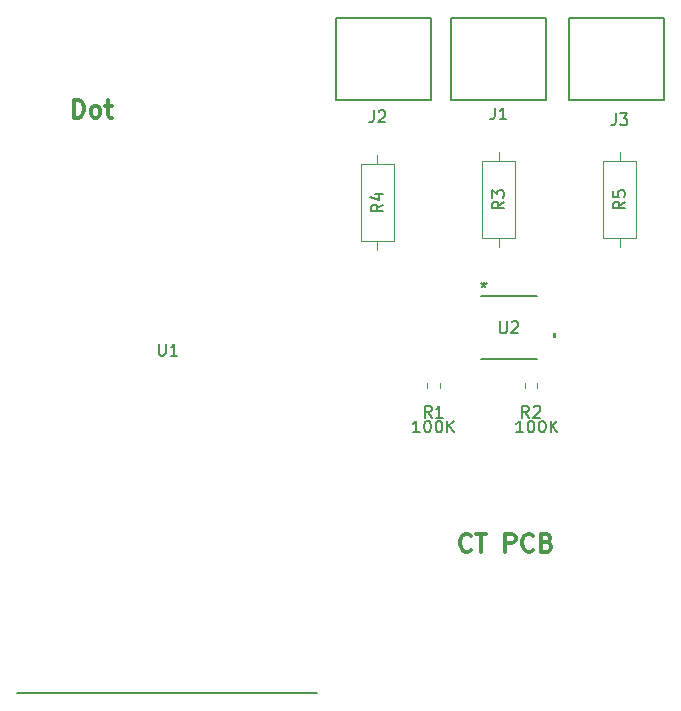
<source format=gbr>
%TF.GenerationSoftware,KiCad,Pcbnew,9.0.6*%
%TF.CreationDate,2025-11-23T12:16:46-08:00*%
%TF.ProjectId,CurrentTransformer,43757272-656e-4745-9472-616e73666f72,rev?*%
%TF.SameCoordinates,Original*%
%TF.FileFunction,Legend,Top*%
%TF.FilePolarity,Positive*%
%FSLAX46Y46*%
G04 Gerber Fmt 4.6, Leading zero omitted, Abs format (unit mm)*
G04 Created by KiCad (PCBNEW 9.0.6) date 2025-11-23 12:16:46*
%MOMM*%
%LPD*%
G01*
G04 APERTURE LIST*
%ADD10C,0.300000*%
%ADD11C,0.150000*%
%ADD12C,0.127000*%
%ADD13C,0.120000*%
%ADD14C,0.152400*%
%ADD15C,0.000000*%
G04 APERTURE END LIST*
D10*
X159304510Y-71550828D02*
X159304510Y-70050828D01*
X159304510Y-70050828D02*
X159661653Y-70050828D01*
X159661653Y-70050828D02*
X159875939Y-70122257D01*
X159875939Y-70122257D02*
X160018796Y-70265114D01*
X160018796Y-70265114D02*
X160090225Y-70407971D01*
X160090225Y-70407971D02*
X160161653Y-70693685D01*
X160161653Y-70693685D02*
X160161653Y-70907971D01*
X160161653Y-70907971D02*
X160090225Y-71193685D01*
X160090225Y-71193685D02*
X160018796Y-71336542D01*
X160018796Y-71336542D02*
X159875939Y-71479400D01*
X159875939Y-71479400D02*
X159661653Y-71550828D01*
X159661653Y-71550828D02*
X159304510Y-71550828D01*
X161018796Y-71550828D02*
X160875939Y-71479400D01*
X160875939Y-71479400D02*
X160804510Y-71407971D01*
X160804510Y-71407971D02*
X160733082Y-71265114D01*
X160733082Y-71265114D02*
X160733082Y-70836542D01*
X160733082Y-70836542D02*
X160804510Y-70693685D01*
X160804510Y-70693685D02*
X160875939Y-70622257D01*
X160875939Y-70622257D02*
X161018796Y-70550828D01*
X161018796Y-70550828D02*
X161233082Y-70550828D01*
X161233082Y-70550828D02*
X161375939Y-70622257D01*
X161375939Y-70622257D02*
X161447368Y-70693685D01*
X161447368Y-70693685D02*
X161518796Y-70836542D01*
X161518796Y-70836542D02*
X161518796Y-71265114D01*
X161518796Y-71265114D02*
X161447368Y-71407971D01*
X161447368Y-71407971D02*
X161375939Y-71479400D01*
X161375939Y-71479400D02*
X161233082Y-71550828D01*
X161233082Y-71550828D02*
X161018796Y-71550828D01*
X161947368Y-70550828D02*
X162518796Y-70550828D01*
X162161653Y-70050828D02*
X162161653Y-71336542D01*
X162161653Y-71336542D02*
X162233082Y-71479400D01*
X162233082Y-71479400D02*
X162375939Y-71550828D01*
X162375939Y-71550828D02*
X162518796Y-71550828D01*
X192911653Y-108157971D02*
X192840225Y-108229400D01*
X192840225Y-108229400D02*
X192625939Y-108300828D01*
X192625939Y-108300828D02*
X192483082Y-108300828D01*
X192483082Y-108300828D02*
X192268796Y-108229400D01*
X192268796Y-108229400D02*
X192125939Y-108086542D01*
X192125939Y-108086542D02*
X192054510Y-107943685D01*
X192054510Y-107943685D02*
X191983082Y-107657971D01*
X191983082Y-107657971D02*
X191983082Y-107443685D01*
X191983082Y-107443685D02*
X192054510Y-107157971D01*
X192054510Y-107157971D02*
X192125939Y-107015114D01*
X192125939Y-107015114D02*
X192268796Y-106872257D01*
X192268796Y-106872257D02*
X192483082Y-106800828D01*
X192483082Y-106800828D02*
X192625939Y-106800828D01*
X192625939Y-106800828D02*
X192840225Y-106872257D01*
X192840225Y-106872257D02*
X192911653Y-106943685D01*
X193340225Y-106800828D02*
X194197368Y-106800828D01*
X193768796Y-108300828D02*
X193768796Y-106800828D01*
X195840224Y-108300828D02*
X195840224Y-106800828D01*
X195840224Y-106800828D02*
X196411653Y-106800828D01*
X196411653Y-106800828D02*
X196554510Y-106872257D01*
X196554510Y-106872257D02*
X196625939Y-106943685D01*
X196625939Y-106943685D02*
X196697367Y-107086542D01*
X196697367Y-107086542D02*
X196697367Y-107300828D01*
X196697367Y-107300828D02*
X196625939Y-107443685D01*
X196625939Y-107443685D02*
X196554510Y-107515114D01*
X196554510Y-107515114D02*
X196411653Y-107586542D01*
X196411653Y-107586542D02*
X195840224Y-107586542D01*
X198197367Y-108157971D02*
X198125939Y-108229400D01*
X198125939Y-108229400D02*
X197911653Y-108300828D01*
X197911653Y-108300828D02*
X197768796Y-108300828D01*
X197768796Y-108300828D02*
X197554510Y-108229400D01*
X197554510Y-108229400D02*
X197411653Y-108086542D01*
X197411653Y-108086542D02*
X197340224Y-107943685D01*
X197340224Y-107943685D02*
X197268796Y-107657971D01*
X197268796Y-107657971D02*
X197268796Y-107443685D01*
X197268796Y-107443685D02*
X197340224Y-107157971D01*
X197340224Y-107157971D02*
X197411653Y-107015114D01*
X197411653Y-107015114D02*
X197554510Y-106872257D01*
X197554510Y-106872257D02*
X197768796Y-106800828D01*
X197768796Y-106800828D02*
X197911653Y-106800828D01*
X197911653Y-106800828D02*
X198125939Y-106872257D01*
X198125939Y-106872257D02*
X198197367Y-106943685D01*
X199340224Y-107515114D02*
X199554510Y-107586542D01*
X199554510Y-107586542D02*
X199625939Y-107657971D01*
X199625939Y-107657971D02*
X199697367Y-107800828D01*
X199697367Y-107800828D02*
X199697367Y-108015114D01*
X199697367Y-108015114D02*
X199625939Y-108157971D01*
X199625939Y-108157971D02*
X199554510Y-108229400D01*
X199554510Y-108229400D02*
X199411653Y-108300828D01*
X199411653Y-108300828D02*
X198840224Y-108300828D01*
X198840224Y-108300828D02*
X198840224Y-106800828D01*
X198840224Y-106800828D02*
X199340224Y-106800828D01*
X199340224Y-106800828D02*
X199483082Y-106872257D01*
X199483082Y-106872257D02*
X199554510Y-106943685D01*
X199554510Y-106943685D02*
X199625939Y-107086542D01*
X199625939Y-107086542D02*
X199625939Y-107229400D01*
X199625939Y-107229400D02*
X199554510Y-107372257D01*
X199554510Y-107372257D02*
X199483082Y-107443685D01*
X199483082Y-107443685D02*
X199340224Y-107515114D01*
X199340224Y-107515114D02*
X198840224Y-107515114D01*
D11*
X166488095Y-90704819D02*
X166488095Y-91514342D01*
X166488095Y-91514342D02*
X166535714Y-91609580D01*
X166535714Y-91609580D02*
X166583333Y-91657200D01*
X166583333Y-91657200D02*
X166678571Y-91704819D01*
X166678571Y-91704819D02*
X166869047Y-91704819D01*
X166869047Y-91704819D02*
X166964285Y-91657200D01*
X166964285Y-91657200D02*
X167011904Y-91609580D01*
X167011904Y-91609580D02*
X167059523Y-91514342D01*
X167059523Y-91514342D02*
X167059523Y-90704819D01*
X168059523Y-91704819D02*
X167488095Y-91704819D01*
X167773809Y-91704819D02*
X167773809Y-90704819D01*
X167773809Y-90704819D02*
X167678571Y-90847676D01*
X167678571Y-90847676D02*
X167583333Y-90942914D01*
X167583333Y-90942914D02*
X167488095Y-90990533D01*
X205166470Y-71204502D02*
X205166470Y-71919210D01*
X205166470Y-71919210D02*
X205118822Y-72062151D01*
X205118822Y-72062151D02*
X205023528Y-72157446D01*
X205023528Y-72157446D02*
X204880586Y-72205093D01*
X204880586Y-72205093D02*
X204785292Y-72205093D01*
X205547647Y-71204502D02*
X206167061Y-71204502D01*
X206167061Y-71204502D02*
X205833530Y-71585679D01*
X205833530Y-71585679D02*
X205976472Y-71585679D01*
X205976472Y-71585679D02*
X206071766Y-71633326D01*
X206071766Y-71633326D02*
X206119413Y-71680974D01*
X206119413Y-71680974D02*
X206167061Y-71776268D01*
X206167061Y-71776268D02*
X206167061Y-72014504D01*
X206167061Y-72014504D02*
X206119413Y-72109798D01*
X206119413Y-72109798D02*
X206071766Y-72157446D01*
X206071766Y-72157446D02*
X205976472Y-72205093D01*
X205976472Y-72205093D02*
X205690589Y-72205093D01*
X205690589Y-72205093D02*
X205595294Y-72157446D01*
X205595294Y-72157446D02*
X205547647Y-72109798D01*
X197833333Y-96954819D02*
X197500000Y-96478628D01*
X197261905Y-96954819D02*
X197261905Y-95954819D01*
X197261905Y-95954819D02*
X197642857Y-95954819D01*
X197642857Y-95954819D02*
X197738095Y-96002438D01*
X197738095Y-96002438D02*
X197785714Y-96050057D01*
X197785714Y-96050057D02*
X197833333Y-96145295D01*
X197833333Y-96145295D02*
X197833333Y-96288152D01*
X197833333Y-96288152D02*
X197785714Y-96383390D01*
X197785714Y-96383390D02*
X197738095Y-96431009D01*
X197738095Y-96431009D02*
X197642857Y-96478628D01*
X197642857Y-96478628D02*
X197261905Y-96478628D01*
X198214286Y-96050057D02*
X198261905Y-96002438D01*
X198261905Y-96002438D02*
X198357143Y-95954819D01*
X198357143Y-95954819D02*
X198595238Y-95954819D01*
X198595238Y-95954819D02*
X198690476Y-96002438D01*
X198690476Y-96002438D02*
X198738095Y-96050057D01*
X198738095Y-96050057D02*
X198785714Y-96145295D01*
X198785714Y-96145295D02*
X198785714Y-96240533D01*
X198785714Y-96240533D02*
X198738095Y-96383390D01*
X198738095Y-96383390D02*
X198166667Y-96954819D01*
X198166667Y-96954819D02*
X198785714Y-96954819D01*
X197333333Y-98204819D02*
X196761905Y-98204819D01*
X197047619Y-98204819D02*
X197047619Y-97204819D01*
X197047619Y-97204819D02*
X196952381Y-97347676D01*
X196952381Y-97347676D02*
X196857143Y-97442914D01*
X196857143Y-97442914D02*
X196761905Y-97490533D01*
X197952381Y-97204819D02*
X198047619Y-97204819D01*
X198047619Y-97204819D02*
X198142857Y-97252438D01*
X198142857Y-97252438D02*
X198190476Y-97300057D01*
X198190476Y-97300057D02*
X198238095Y-97395295D01*
X198238095Y-97395295D02*
X198285714Y-97585771D01*
X198285714Y-97585771D02*
X198285714Y-97823866D01*
X198285714Y-97823866D02*
X198238095Y-98014342D01*
X198238095Y-98014342D02*
X198190476Y-98109580D01*
X198190476Y-98109580D02*
X198142857Y-98157200D01*
X198142857Y-98157200D02*
X198047619Y-98204819D01*
X198047619Y-98204819D02*
X197952381Y-98204819D01*
X197952381Y-98204819D02*
X197857143Y-98157200D01*
X197857143Y-98157200D02*
X197809524Y-98109580D01*
X197809524Y-98109580D02*
X197761905Y-98014342D01*
X197761905Y-98014342D02*
X197714286Y-97823866D01*
X197714286Y-97823866D02*
X197714286Y-97585771D01*
X197714286Y-97585771D02*
X197761905Y-97395295D01*
X197761905Y-97395295D02*
X197809524Y-97300057D01*
X197809524Y-97300057D02*
X197857143Y-97252438D01*
X197857143Y-97252438D02*
X197952381Y-97204819D01*
X198904762Y-97204819D02*
X199000000Y-97204819D01*
X199000000Y-97204819D02*
X199095238Y-97252438D01*
X199095238Y-97252438D02*
X199142857Y-97300057D01*
X199142857Y-97300057D02*
X199190476Y-97395295D01*
X199190476Y-97395295D02*
X199238095Y-97585771D01*
X199238095Y-97585771D02*
X199238095Y-97823866D01*
X199238095Y-97823866D02*
X199190476Y-98014342D01*
X199190476Y-98014342D02*
X199142857Y-98109580D01*
X199142857Y-98109580D02*
X199095238Y-98157200D01*
X199095238Y-98157200D02*
X199000000Y-98204819D01*
X199000000Y-98204819D02*
X198904762Y-98204819D01*
X198904762Y-98204819D02*
X198809524Y-98157200D01*
X198809524Y-98157200D02*
X198761905Y-98109580D01*
X198761905Y-98109580D02*
X198714286Y-98014342D01*
X198714286Y-98014342D02*
X198666667Y-97823866D01*
X198666667Y-97823866D02*
X198666667Y-97585771D01*
X198666667Y-97585771D02*
X198714286Y-97395295D01*
X198714286Y-97395295D02*
X198761905Y-97300057D01*
X198761905Y-97300057D02*
X198809524Y-97252438D01*
X198809524Y-97252438D02*
X198904762Y-97204819D01*
X199666667Y-98204819D02*
X199666667Y-97204819D01*
X200238095Y-98204819D02*
X199809524Y-97633390D01*
X200238095Y-97204819D02*
X199666667Y-97776247D01*
X184666470Y-70954502D02*
X184666470Y-71669210D01*
X184666470Y-71669210D02*
X184618822Y-71812151D01*
X184618822Y-71812151D02*
X184523528Y-71907446D01*
X184523528Y-71907446D02*
X184380586Y-71955093D01*
X184380586Y-71955093D02*
X184285292Y-71955093D01*
X185095294Y-71049796D02*
X185142941Y-71002149D01*
X185142941Y-71002149D02*
X185238236Y-70954502D01*
X185238236Y-70954502D02*
X185476472Y-70954502D01*
X185476472Y-70954502D02*
X185571766Y-71002149D01*
X185571766Y-71002149D02*
X185619413Y-71049796D01*
X185619413Y-71049796D02*
X185667061Y-71145090D01*
X185667061Y-71145090D02*
X185667061Y-71240385D01*
X185667061Y-71240385D02*
X185619413Y-71383326D01*
X185619413Y-71383326D02*
X185047647Y-71955093D01*
X185047647Y-71955093D02*
X185667061Y-71955093D01*
X185454819Y-78916666D02*
X184978628Y-79249999D01*
X185454819Y-79488094D02*
X184454819Y-79488094D01*
X184454819Y-79488094D02*
X184454819Y-79107142D01*
X184454819Y-79107142D02*
X184502438Y-79011904D01*
X184502438Y-79011904D02*
X184550057Y-78964285D01*
X184550057Y-78964285D02*
X184645295Y-78916666D01*
X184645295Y-78916666D02*
X184788152Y-78916666D01*
X184788152Y-78916666D02*
X184883390Y-78964285D01*
X184883390Y-78964285D02*
X184931009Y-79011904D01*
X184931009Y-79011904D02*
X184978628Y-79107142D01*
X184978628Y-79107142D02*
X184978628Y-79488094D01*
X184788152Y-78059523D02*
X185454819Y-78059523D01*
X184407200Y-78297618D02*
X185121485Y-78535713D01*
X185121485Y-78535713D02*
X185121485Y-77916666D01*
X205954819Y-78666666D02*
X205478628Y-78999999D01*
X205954819Y-79238094D02*
X204954819Y-79238094D01*
X204954819Y-79238094D02*
X204954819Y-78857142D01*
X204954819Y-78857142D02*
X205002438Y-78761904D01*
X205002438Y-78761904D02*
X205050057Y-78714285D01*
X205050057Y-78714285D02*
X205145295Y-78666666D01*
X205145295Y-78666666D02*
X205288152Y-78666666D01*
X205288152Y-78666666D02*
X205383390Y-78714285D01*
X205383390Y-78714285D02*
X205431009Y-78761904D01*
X205431009Y-78761904D02*
X205478628Y-78857142D01*
X205478628Y-78857142D02*
X205478628Y-79238094D01*
X204954819Y-77761904D02*
X204954819Y-78238094D01*
X204954819Y-78238094D02*
X205431009Y-78285713D01*
X205431009Y-78285713D02*
X205383390Y-78238094D01*
X205383390Y-78238094D02*
X205335771Y-78142856D01*
X205335771Y-78142856D02*
X205335771Y-77904761D01*
X205335771Y-77904761D02*
X205383390Y-77809523D01*
X205383390Y-77809523D02*
X205431009Y-77761904D01*
X205431009Y-77761904D02*
X205526247Y-77714285D01*
X205526247Y-77714285D02*
X205764342Y-77714285D01*
X205764342Y-77714285D02*
X205859580Y-77761904D01*
X205859580Y-77761904D02*
X205907200Y-77809523D01*
X205907200Y-77809523D02*
X205954819Y-77904761D01*
X205954819Y-77904761D02*
X205954819Y-78142856D01*
X205954819Y-78142856D02*
X205907200Y-78238094D01*
X205907200Y-78238094D02*
X205859580Y-78285713D01*
X195367895Y-88804818D02*
X195367895Y-89614341D01*
X195367895Y-89614341D02*
X195415514Y-89709579D01*
X195415514Y-89709579D02*
X195463133Y-89757199D01*
X195463133Y-89757199D02*
X195558371Y-89804818D01*
X195558371Y-89804818D02*
X195748847Y-89804818D01*
X195748847Y-89804818D02*
X195844085Y-89757199D01*
X195844085Y-89757199D02*
X195891704Y-89709579D01*
X195891704Y-89709579D02*
X195939323Y-89614341D01*
X195939323Y-89614341D02*
X195939323Y-88804818D01*
X196367895Y-88900056D02*
X196415514Y-88852437D01*
X196415514Y-88852437D02*
X196510752Y-88804818D01*
X196510752Y-88804818D02*
X196748847Y-88804818D01*
X196748847Y-88804818D02*
X196844085Y-88852437D01*
X196844085Y-88852437D02*
X196891704Y-88900056D01*
X196891704Y-88900056D02*
X196939323Y-88995294D01*
X196939323Y-88995294D02*
X196939323Y-89090532D01*
X196939323Y-89090532D02*
X196891704Y-89233389D01*
X196891704Y-89233389D02*
X196320276Y-89804818D01*
X196320276Y-89804818D02*
X196939323Y-89804818D01*
X194000000Y-85454819D02*
X194000000Y-85692914D01*
X193761905Y-85597676D02*
X194000000Y-85692914D01*
X194000000Y-85692914D02*
X194238095Y-85597676D01*
X193857143Y-85883390D02*
X194000000Y-85692914D01*
X194000000Y-85692914D02*
X194142857Y-85883390D01*
X189583333Y-96954819D02*
X189250000Y-96478628D01*
X189011905Y-96954819D02*
X189011905Y-95954819D01*
X189011905Y-95954819D02*
X189392857Y-95954819D01*
X189392857Y-95954819D02*
X189488095Y-96002438D01*
X189488095Y-96002438D02*
X189535714Y-96050057D01*
X189535714Y-96050057D02*
X189583333Y-96145295D01*
X189583333Y-96145295D02*
X189583333Y-96288152D01*
X189583333Y-96288152D02*
X189535714Y-96383390D01*
X189535714Y-96383390D02*
X189488095Y-96431009D01*
X189488095Y-96431009D02*
X189392857Y-96478628D01*
X189392857Y-96478628D02*
X189011905Y-96478628D01*
X190535714Y-96954819D02*
X189964286Y-96954819D01*
X190250000Y-96954819D02*
X190250000Y-95954819D01*
X190250000Y-95954819D02*
X190154762Y-96097676D01*
X190154762Y-96097676D02*
X190059524Y-96192914D01*
X190059524Y-96192914D02*
X189964286Y-96240533D01*
X188583333Y-98204819D02*
X188011905Y-98204819D01*
X188297619Y-98204819D02*
X188297619Y-97204819D01*
X188297619Y-97204819D02*
X188202381Y-97347676D01*
X188202381Y-97347676D02*
X188107143Y-97442914D01*
X188107143Y-97442914D02*
X188011905Y-97490533D01*
X189202381Y-97204819D02*
X189297619Y-97204819D01*
X189297619Y-97204819D02*
X189392857Y-97252438D01*
X189392857Y-97252438D02*
X189440476Y-97300057D01*
X189440476Y-97300057D02*
X189488095Y-97395295D01*
X189488095Y-97395295D02*
X189535714Y-97585771D01*
X189535714Y-97585771D02*
X189535714Y-97823866D01*
X189535714Y-97823866D02*
X189488095Y-98014342D01*
X189488095Y-98014342D02*
X189440476Y-98109580D01*
X189440476Y-98109580D02*
X189392857Y-98157200D01*
X189392857Y-98157200D02*
X189297619Y-98204819D01*
X189297619Y-98204819D02*
X189202381Y-98204819D01*
X189202381Y-98204819D02*
X189107143Y-98157200D01*
X189107143Y-98157200D02*
X189059524Y-98109580D01*
X189059524Y-98109580D02*
X189011905Y-98014342D01*
X189011905Y-98014342D02*
X188964286Y-97823866D01*
X188964286Y-97823866D02*
X188964286Y-97585771D01*
X188964286Y-97585771D02*
X189011905Y-97395295D01*
X189011905Y-97395295D02*
X189059524Y-97300057D01*
X189059524Y-97300057D02*
X189107143Y-97252438D01*
X189107143Y-97252438D02*
X189202381Y-97204819D01*
X190154762Y-97204819D02*
X190250000Y-97204819D01*
X190250000Y-97204819D02*
X190345238Y-97252438D01*
X190345238Y-97252438D02*
X190392857Y-97300057D01*
X190392857Y-97300057D02*
X190440476Y-97395295D01*
X190440476Y-97395295D02*
X190488095Y-97585771D01*
X190488095Y-97585771D02*
X190488095Y-97823866D01*
X190488095Y-97823866D02*
X190440476Y-98014342D01*
X190440476Y-98014342D02*
X190392857Y-98109580D01*
X190392857Y-98109580D02*
X190345238Y-98157200D01*
X190345238Y-98157200D02*
X190250000Y-98204819D01*
X190250000Y-98204819D02*
X190154762Y-98204819D01*
X190154762Y-98204819D02*
X190059524Y-98157200D01*
X190059524Y-98157200D02*
X190011905Y-98109580D01*
X190011905Y-98109580D02*
X189964286Y-98014342D01*
X189964286Y-98014342D02*
X189916667Y-97823866D01*
X189916667Y-97823866D02*
X189916667Y-97585771D01*
X189916667Y-97585771D02*
X189964286Y-97395295D01*
X189964286Y-97395295D02*
X190011905Y-97300057D01*
X190011905Y-97300057D02*
X190059524Y-97252438D01*
X190059524Y-97252438D02*
X190154762Y-97204819D01*
X190916667Y-98204819D02*
X190916667Y-97204819D01*
X191488095Y-98204819D02*
X191059524Y-97633390D01*
X191488095Y-97204819D02*
X190916667Y-97776247D01*
X194916470Y-70704502D02*
X194916470Y-71419210D01*
X194916470Y-71419210D02*
X194868822Y-71562151D01*
X194868822Y-71562151D02*
X194773528Y-71657446D01*
X194773528Y-71657446D02*
X194630586Y-71705093D01*
X194630586Y-71705093D02*
X194535292Y-71705093D01*
X195917061Y-71705093D02*
X195345294Y-71705093D01*
X195631177Y-71705093D02*
X195631177Y-70704502D01*
X195631177Y-70704502D02*
X195535883Y-70847443D01*
X195535883Y-70847443D02*
X195440589Y-70942738D01*
X195440589Y-70942738D02*
X195345294Y-70990385D01*
X195704819Y-78666666D02*
X195228628Y-78999999D01*
X195704819Y-79238094D02*
X194704819Y-79238094D01*
X194704819Y-79238094D02*
X194704819Y-78857142D01*
X194704819Y-78857142D02*
X194752438Y-78761904D01*
X194752438Y-78761904D02*
X194800057Y-78714285D01*
X194800057Y-78714285D02*
X194895295Y-78666666D01*
X194895295Y-78666666D02*
X195038152Y-78666666D01*
X195038152Y-78666666D02*
X195133390Y-78714285D01*
X195133390Y-78714285D02*
X195181009Y-78761904D01*
X195181009Y-78761904D02*
X195228628Y-78857142D01*
X195228628Y-78857142D02*
X195228628Y-79238094D01*
X194704819Y-78333332D02*
X194704819Y-77714285D01*
X194704819Y-77714285D02*
X195085771Y-78047618D01*
X195085771Y-78047618D02*
X195085771Y-77904761D01*
X195085771Y-77904761D02*
X195133390Y-77809523D01*
X195133390Y-77809523D02*
X195181009Y-77761904D01*
X195181009Y-77761904D02*
X195276247Y-77714285D01*
X195276247Y-77714285D02*
X195514342Y-77714285D01*
X195514342Y-77714285D02*
X195609580Y-77761904D01*
X195609580Y-77761904D02*
X195657200Y-77809523D01*
X195657200Y-77809523D02*
X195704819Y-77904761D01*
X195704819Y-77904761D02*
X195704819Y-78190475D01*
X195704819Y-78190475D02*
X195657200Y-78285713D01*
X195657200Y-78285713D02*
X195609580Y-78333332D01*
D12*
%TO.C,U1*%
X154480000Y-120300000D02*
X179880000Y-120300000D01*
%TO.C,J3*%
X201200000Y-63100000D02*
X209300000Y-63100000D01*
X201200000Y-70100000D02*
X201200000Y-63100000D01*
X209300000Y-63100000D02*
X209300000Y-70100000D01*
X209300000Y-70100000D02*
X201200000Y-70100000D01*
D13*
%TO.C,R2*%
X197477500Y-94012742D02*
X197477500Y-94487258D01*
X198522500Y-94012742D02*
X198522500Y-94487258D01*
D12*
%TO.C,J2*%
X181450000Y-63100000D02*
X189550000Y-63100000D01*
X181450000Y-70100000D02*
X181450000Y-63100000D01*
X189550000Y-63100000D02*
X189550000Y-70100000D01*
X189550000Y-70100000D02*
X181450000Y-70100000D01*
D13*
%TO.C,R4*%
X185000000Y-74710000D02*
X185000000Y-75480000D01*
X185000000Y-82790000D02*
X185000000Y-82020000D01*
X183630000Y-82020000D02*
X186370000Y-82020000D01*
X186370000Y-75480000D01*
X183630000Y-75480000D01*
X183630000Y-82020000D01*
%TO.C,R5*%
X205500000Y-74460000D02*
X205500000Y-75230000D01*
X205500000Y-82540000D02*
X205500000Y-81770000D01*
X204130000Y-81770000D02*
X206870000Y-81770000D01*
X206870000Y-75230000D01*
X204130000Y-75230000D01*
X204130000Y-81770000D01*
D14*
%TO.C,U2*%
X193754900Y-92029699D02*
X198504700Y-92029699D01*
X198504700Y-86670299D02*
X193754900Y-86670299D01*
D15*
G36*
X200092200Y-90190498D02*
G01*
X199838200Y-90190498D01*
X199838200Y-89809498D01*
X200092200Y-89809498D01*
X200092200Y-90190498D01*
G37*
D13*
%TO.C,R1*%
X189227500Y-94012742D02*
X189227500Y-94487258D01*
X190272500Y-94012742D02*
X190272500Y-94487258D01*
D12*
%TO.C,J1*%
X191200000Y-63100000D02*
X199300000Y-63100000D01*
X191200000Y-70100000D02*
X191200000Y-63100000D01*
X199300000Y-63100000D02*
X199300000Y-70100000D01*
X199300000Y-70100000D02*
X191200000Y-70100000D01*
D13*
%TO.C,R3*%
X195250000Y-74460000D02*
X195250000Y-75230000D01*
X195250000Y-82540000D02*
X195250000Y-81770000D01*
X193880000Y-81770000D02*
X196620000Y-81770000D01*
X196620000Y-75230000D01*
X193880000Y-75230000D01*
X193880000Y-81770000D01*
%TD*%
M02*

</source>
